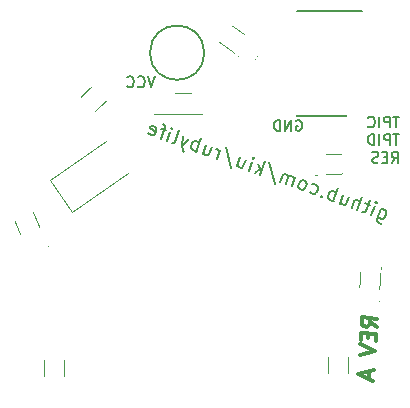
<source format=gbo>
G04 #@! TF.GenerationSoftware,KiCad,Pcbnew,(5.0.0)*
G04 #@! TF.CreationDate,2018-10-20T01:37:56+02:00*
G04 #@! TF.ProjectId,rubylife,727562796C6966652E6B696361645F70,rev?*
G04 #@! TF.SameCoordinates,Original*
G04 #@! TF.FileFunction,Legend,Bot*
G04 #@! TF.FilePolarity,Positive*
%FSLAX46Y46*%
G04 Gerber Fmt 4.6, Leading zero omitted, Abs format (unit mm)*
G04 Created by KiCad (PCBNEW (5.0.0)) date 10/20/18 01:37:56*
%MOMM*%
%LPD*%
G01*
G04 APERTURE LIST*
%ADD10C,0.150000*%
%ADD11C,0.300000*%
%ADD12C,0.200000*%
%ADD13C,0.120000*%
%ADD14R,2.900000X5.500000*%
%ADD15C,18.200000*%
%ADD16R,1.900000X1.000000*%
%ADD17C,1.900000*%
%ADD18C,2.900000*%
%ADD19C,0.100000*%
%ADD20R,1.900000X1.900000*%
G04 APERTURE END LIST*
D10*
X131216785Y-56107142D02*
X130702500Y-56107142D01*
X130959642Y-57007142D02*
X130959642Y-56107142D01*
X130402500Y-57007142D02*
X130402500Y-56107142D01*
X130059642Y-56107142D01*
X129973928Y-56150000D01*
X129931071Y-56192857D01*
X129888214Y-56278571D01*
X129888214Y-56407142D01*
X129931071Y-56492857D01*
X129973928Y-56535714D01*
X130059642Y-56578571D01*
X130402500Y-56578571D01*
X129502500Y-57007142D02*
X129502500Y-56107142D01*
X128559642Y-56921428D02*
X128602500Y-56964285D01*
X128731071Y-57007142D01*
X128816785Y-57007142D01*
X128945357Y-56964285D01*
X129031071Y-56878571D01*
X129073928Y-56792857D01*
X129116785Y-56621428D01*
X129116785Y-56492857D01*
X129073928Y-56321428D01*
X129031071Y-56235714D01*
X128945357Y-56150000D01*
X128816785Y-56107142D01*
X128731071Y-56107142D01*
X128602500Y-56150000D01*
X128559642Y-56192857D01*
X131216785Y-57607142D02*
X130702500Y-57607142D01*
X130959642Y-58507142D02*
X130959642Y-57607142D01*
X130402500Y-58507142D02*
X130402500Y-57607142D01*
X130059642Y-57607142D01*
X129973928Y-57650000D01*
X129931071Y-57692857D01*
X129888214Y-57778571D01*
X129888214Y-57907142D01*
X129931071Y-57992857D01*
X129973928Y-58035714D01*
X130059642Y-58078571D01*
X130402500Y-58078571D01*
X129502500Y-58507142D02*
X129502500Y-57607142D01*
X129073928Y-58507142D02*
X129073928Y-57607142D01*
X128859642Y-57607142D01*
X128731071Y-57650000D01*
X128645357Y-57735714D01*
X128602500Y-57821428D01*
X128559642Y-57992857D01*
X128559642Y-58121428D01*
X128602500Y-58292857D01*
X128645357Y-58378571D01*
X128731071Y-58464285D01*
X128859642Y-58507142D01*
X129073928Y-58507142D01*
X130573928Y-60007142D02*
X130873928Y-59578571D01*
X131088214Y-60007142D02*
X131088214Y-59107142D01*
X130745357Y-59107142D01*
X130659642Y-59150000D01*
X130616785Y-59192857D01*
X130573928Y-59278571D01*
X130573928Y-59407142D01*
X130616785Y-59492857D01*
X130659642Y-59535714D01*
X130745357Y-59578571D01*
X131088214Y-59578571D01*
X130188214Y-59535714D02*
X129888214Y-59535714D01*
X129759642Y-60007142D02*
X130188214Y-60007142D01*
X130188214Y-59107142D01*
X129759642Y-59107142D01*
X129416785Y-59964285D02*
X129288214Y-60007142D01*
X129073928Y-60007142D01*
X128988214Y-59964285D01*
X128945357Y-59921428D01*
X128902500Y-59835714D01*
X128902500Y-59750000D01*
X128945357Y-59664285D01*
X128988214Y-59621428D01*
X129073928Y-59578571D01*
X129245357Y-59535714D01*
X129331071Y-59492857D01*
X129373928Y-59450000D01*
X129416785Y-59364285D01*
X129416785Y-59278571D01*
X129373928Y-59192857D01*
X129331071Y-59150000D01*
X129245357Y-59107142D01*
X129031071Y-59107142D01*
X128902500Y-59150000D01*
X110500000Y-52707142D02*
X110200000Y-53607142D01*
X109900000Y-52707142D01*
X109085714Y-53521428D02*
X109128571Y-53564285D01*
X109257142Y-53607142D01*
X109342857Y-53607142D01*
X109471428Y-53564285D01*
X109557142Y-53478571D01*
X109600000Y-53392857D01*
X109642857Y-53221428D01*
X109642857Y-53092857D01*
X109600000Y-52921428D01*
X109557142Y-52835714D01*
X109471428Y-52750000D01*
X109342857Y-52707142D01*
X109257142Y-52707142D01*
X109128571Y-52750000D01*
X109085714Y-52792857D01*
X108185714Y-53521428D02*
X108228571Y-53564285D01*
X108357142Y-53607142D01*
X108442857Y-53607142D01*
X108571428Y-53564285D01*
X108657142Y-53478571D01*
X108700000Y-53392857D01*
X108742857Y-53221428D01*
X108742857Y-53092857D01*
X108700000Y-52921428D01*
X108657142Y-52835714D01*
X108571428Y-52750000D01*
X108442857Y-52707142D01*
X108357142Y-52707142D01*
X108228571Y-52750000D01*
X108185714Y-52792857D01*
X122485714Y-56450000D02*
X122571428Y-56407142D01*
X122700000Y-56407142D01*
X122828571Y-56450000D01*
X122914285Y-56535714D01*
X122957142Y-56621428D01*
X123000000Y-56792857D01*
X123000000Y-56921428D01*
X122957142Y-57092857D01*
X122914285Y-57178571D01*
X122828571Y-57264285D01*
X122700000Y-57307142D01*
X122614285Y-57307142D01*
X122485714Y-57264285D01*
X122442857Y-57221428D01*
X122442857Y-56921428D01*
X122614285Y-56921428D01*
X122057142Y-57307142D02*
X122057142Y-56407142D01*
X121542857Y-57307142D01*
X121542857Y-56407142D01*
X121114285Y-57307142D02*
X121114285Y-56407142D01*
X120900000Y-56407142D01*
X120771428Y-56450000D01*
X120685714Y-56535714D01*
X120642857Y-56621428D01*
X120600000Y-56792857D01*
X120600000Y-56921428D01*
X120642857Y-57092857D01*
X120685714Y-57178571D01*
X120771428Y-57264285D01*
X120900000Y-57307142D01*
X121114285Y-57307142D01*
D11*
X129311892Y-73950158D02*
X128724580Y-73474698D01*
X129363711Y-73209110D02*
X128066877Y-73118427D01*
X128032331Y-73612459D01*
X128085449Y-73740285D01*
X128142885Y-73806357D01*
X128262074Y-73876748D01*
X128447336Y-73889702D01*
X128575162Y-73836585D01*
X128641235Y-73779149D01*
X128711625Y-73659960D01*
X128746171Y-73165928D01*
X128593734Y-74458443D02*
X128563506Y-74890721D01*
X129229845Y-75123483D02*
X129273027Y-74505944D01*
X127976194Y-74415260D01*
X127933011Y-75032800D01*
X127907102Y-75403324D02*
X129173707Y-75926285D01*
X127846646Y-76267879D01*
X128677954Y-77691240D02*
X128634772Y-78308780D01*
X129057114Y-77593642D02*
X127730053Y-77935236D01*
X128996659Y-78458197D01*
D12*
X114700000Y-50700000D02*
G75*
G03X114700000Y-50700000I-2300000J0D01*
G01*
X129665419Y-63907882D02*
X129333171Y-64820726D01*
X129347779Y-64947663D01*
X129381932Y-65020904D01*
X129469782Y-65113689D01*
X129630872Y-65172321D01*
X129757809Y-65157712D01*
X129411347Y-64605939D02*
X129499196Y-64698724D01*
X129713983Y-64776900D01*
X129840920Y-64762291D01*
X129914161Y-64728138D01*
X130006946Y-64640289D01*
X130124210Y-64318109D01*
X130109601Y-64191171D01*
X130075449Y-64117930D01*
X129987599Y-64025146D01*
X129772812Y-63946970D01*
X129645875Y-63961578D01*
X128854835Y-64464196D02*
X129128452Y-63712442D01*
X129265260Y-63336565D02*
X129299412Y-63409805D01*
X129226172Y-63443958D01*
X129192019Y-63370717D01*
X129265260Y-63336565D01*
X129226172Y-63443958D01*
X128752575Y-63575634D02*
X128323001Y-63419281D01*
X128728292Y-63141124D02*
X128376500Y-64107665D01*
X128283716Y-64195515D01*
X128156778Y-64210124D01*
X128049385Y-64171036D01*
X127673508Y-64034228D02*
X128083932Y-62906596D01*
X127190237Y-63858331D02*
X127405221Y-63267668D01*
X127498006Y-63179818D01*
X127624943Y-63165209D01*
X127786034Y-63223841D01*
X127873883Y-63316626D01*
X127908036Y-63389867D01*
X126443616Y-62735241D02*
X126169999Y-63486995D01*
X126926886Y-62911137D02*
X126711902Y-63501801D01*
X126619117Y-63589651D01*
X126492180Y-63604259D01*
X126331090Y-63545627D01*
X126243240Y-63452843D01*
X126209087Y-63379602D01*
X125633032Y-63291555D02*
X126043456Y-62163924D01*
X125887104Y-62593498D02*
X125799255Y-62500713D01*
X125584468Y-62422537D01*
X125457531Y-62437146D01*
X125384290Y-62471298D01*
X125291505Y-62559148D01*
X125174241Y-62881328D01*
X125188850Y-63008266D01*
X125223002Y-63081506D01*
X125310852Y-63174291D01*
X125525639Y-63252467D01*
X125652576Y-63237859D01*
X124651883Y-62812826D02*
X124578642Y-62846978D01*
X124612795Y-62920219D01*
X124686035Y-62886066D01*
X124651883Y-62812826D01*
X124612795Y-62920219D01*
X123612101Y-62495186D02*
X123699950Y-62587971D01*
X123914737Y-62666147D01*
X124041675Y-62651538D01*
X124114915Y-62617386D01*
X124207700Y-62529536D01*
X124324964Y-62207356D01*
X124310355Y-62080418D01*
X124276203Y-62007178D01*
X124188353Y-61914393D01*
X123973566Y-61836217D01*
X123846629Y-61850826D01*
X122948196Y-62314355D02*
X123075134Y-62299746D01*
X123148374Y-62265593D01*
X123241159Y-62177744D01*
X123358423Y-61855564D01*
X123343814Y-61728626D01*
X123309662Y-61655385D01*
X123221812Y-61562601D01*
X123060722Y-61503969D01*
X122933785Y-61518577D01*
X122860544Y-61552730D01*
X122767759Y-61640580D01*
X122650495Y-61962760D01*
X122665104Y-62089697D01*
X122699257Y-62162938D01*
X122787106Y-62255723D01*
X122948196Y-62314355D01*
X122089049Y-62001651D02*
X122362665Y-61249897D01*
X122323577Y-61357290D02*
X122289424Y-61284049D01*
X122201575Y-61191265D01*
X122040484Y-61132633D01*
X121913547Y-61147241D01*
X121820762Y-61235091D01*
X121605778Y-61825755D01*
X121820762Y-61235091D02*
X121806154Y-61108153D01*
X121718304Y-61015368D01*
X121557214Y-60956736D01*
X121430276Y-60971345D01*
X121337492Y-61059195D01*
X121122508Y-61649859D01*
X120210058Y-59979930D02*
X120648911Y-61781534D01*
X119404213Y-61024450D02*
X119814637Y-59896819D01*
X119453171Y-60555788D02*
X118974639Y-60868098D01*
X119248255Y-60116344D02*
X119521477Y-60702270D01*
X118491368Y-60692202D02*
X118764984Y-59940448D01*
X118901792Y-59564571D02*
X118935945Y-59637812D01*
X118862704Y-59671964D01*
X118828552Y-59598724D01*
X118901792Y-59564571D01*
X118862704Y-59671964D01*
X117744747Y-59569112D02*
X117471131Y-60320866D01*
X118228017Y-59745008D02*
X118013033Y-60335672D01*
X117920248Y-60423521D01*
X117793311Y-60438130D01*
X117632221Y-60379498D01*
X117544371Y-60286713D01*
X117510219Y-60213473D01*
X116558681Y-58650938D02*
X116997534Y-60452542D01*
X115752836Y-59695458D02*
X116026452Y-58943704D01*
X115948276Y-59158491D02*
X115933667Y-59031553D01*
X115899514Y-58958312D01*
X115811665Y-58865528D01*
X115704271Y-58826440D01*
X114845124Y-58513735D02*
X114571508Y-59265490D01*
X115328394Y-58689632D02*
X115113410Y-59280295D01*
X115020625Y-59368145D01*
X114893688Y-59382754D01*
X114732598Y-59324122D01*
X114644748Y-59231337D01*
X114610596Y-59158096D01*
X114034540Y-59070049D02*
X114444965Y-57942418D01*
X114288613Y-58371992D02*
X114200763Y-58279207D01*
X113985976Y-58201031D01*
X113859039Y-58215640D01*
X113785798Y-58249793D01*
X113693013Y-58337642D01*
X113575749Y-58659822D01*
X113590358Y-58786760D01*
X113624511Y-58860001D01*
X113712360Y-58952785D01*
X113927147Y-59030961D01*
X114054084Y-59016353D01*
X113395312Y-57986047D02*
X112853213Y-58640081D01*
X112858345Y-57790607D02*
X112853213Y-58640081D01*
X112862886Y-58947653D01*
X112897039Y-59020894D01*
X112984888Y-59113678D01*
X111994065Y-58327377D02*
X112121002Y-58312768D01*
X112213787Y-58224919D01*
X112565579Y-57258378D01*
X111564491Y-58171025D02*
X111838107Y-57419271D01*
X111974915Y-57043394D02*
X112009068Y-57116635D01*
X111935827Y-57150787D01*
X111901675Y-57077547D01*
X111974915Y-57043394D01*
X111935827Y-57150787D01*
X111462230Y-57282463D02*
X111032657Y-57126111D01*
X111027524Y-57975585D02*
X111379316Y-57009044D01*
X111364708Y-56882107D01*
X111276858Y-56789322D01*
X111169465Y-56750234D01*
X109973134Y-57531008D02*
X110060983Y-57623793D01*
X110275770Y-57701969D01*
X110402707Y-57687360D01*
X110495492Y-57599511D01*
X110651844Y-57169937D01*
X110637236Y-57043000D01*
X110549386Y-56950215D01*
X110334599Y-56872039D01*
X110207662Y-56886647D01*
X110114877Y-56974497D01*
X110075789Y-57081890D01*
X110573668Y-57384724D01*
D10*
G04 #@! TO.C,U1*
X126675000Y-47150000D02*
X126675000Y-47175000D01*
X122525000Y-47150000D02*
X122525000Y-47265000D01*
X122525000Y-56050000D02*
X122525000Y-55935000D01*
X126675000Y-56050000D02*
X126675000Y-55935000D01*
X126675000Y-47150000D02*
X122525000Y-47150000D01*
X126675000Y-56050000D02*
X122525000Y-56050000D01*
X126675000Y-47175000D02*
X128050000Y-47175000D01*
D13*
G04 #@! TO.C,C1*
X103528835Y-64174585D02*
X108279917Y-60847842D01*
X101636033Y-61471384D02*
X106387115Y-58144640D01*
X103528835Y-64174585D02*
X101636033Y-61471384D01*
G04 #@! TO.C,R1*
X110450000Y-55850000D02*
X110450000Y-54150000D01*
X110500000Y-54150000D02*
X114550000Y-54150000D01*
X110500000Y-55850000D02*
X114550000Y-55850000D01*
G04 #@! TO.C,R2*
X101459257Y-67169141D02*
X99894399Y-67833384D01*
X99874862Y-67787358D02*
X98292401Y-64059314D01*
X101439720Y-67123115D02*
X99857259Y-63395071D01*
G04 #@! TO.C,R3*
X119622160Y-50281799D02*
X118622925Y-51657128D01*
X118582474Y-51627738D02*
X115305955Y-49247208D01*
X119581709Y-50252409D02*
X116305190Y-47871879D01*
G04 #@! TO.C,R4*
X102850000Y-79900000D02*
X101150000Y-79900000D01*
X101150000Y-79850000D02*
X101150000Y-75800000D01*
X102850000Y-79850000D02*
X102850000Y-75800000D01*
G04 #@! TO.C,R5*
X123231188Y-61036731D02*
X123171858Y-59337767D01*
X123221828Y-59336022D02*
X127269361Y-59194679D01*
X123281157Y-61034986D02*
X127328690Y-60893643D01*
G04 #@! TO.C,R6*
X104092110Y-56948085D02*
X102911191Y-55725207D01*
X102947158Y-55690474D02*
X105860484Y-52877108D01*
X104128077Y-56913352D02*
X107041403Y-54099985D01*
G04 #@! TO.C,R7*
X126850000Y-79700000D02*
X125150000Y-79700000D01*
X125150000Y-79650000D02*
X125150000Y-75600000D01*
X126850000Y-79650000D02*
X126850000Y-75600000D01*
G04 #@! TO.C,R8*
X129373538Y-72553203D02*
X127677679Y-72434617D01*
X127681167Y-72384739D02*
X127963681Y-68344605D01*
X129377026Y-72503325D02*
X129659540Y-68463191D01*
G04 #@! TD*
%LPC*%
D14*
G04 #@! TO.C,BT1*
X125500000Y-70850000D03*
X102600000Y-70900000D03*
D15*
X114050000Y-70900000D03*
G04 #@! TD*
D16*
G04 #@! TO.C,U1*
X127300000Y-47790000D03*
X127300000Y-49060000D03*
X127300000Y-50330000D03*
X127300000Y-51600000D03*
X127300000Y-52870000D03*
X127300000Y-54140000D03*
X127300000Y-55410000D03*
X121900000Y-55410000D03*
X121900000Y-54140000D03*
X121900000Y-52870000D03*
X121900000Y-51600000D03*
X121900000Y-50330000D03*
X121900000Y-49060000D03*
X121900000Y-47790000D03*
G04 #@! TD*
D17*
G04 #@! TO.C,TP1*
X130500000Y-51600000D03*
G04 #@! TD*
G04 #@! TO.C,TP2*
X129700000Y-49100000D03*
G04 #@! TD*
G04 #@! TO.C,TP3*
X130500000Y-54200000D03*
G04 #@! TD*
D18*
G04 #@! TO.C,C1*
X104138823Y-61733189D03*
D19*
G36*
X103496035Y-63953397D02*
X101832663Y-61577856D01*
X104781611Y-59512981D01*
X106444983Y-61888522D01*
X103496035Y-63953397D01*
X103496035Y-63953397D01*
G37*
D18*
X107661177Y-59266811D03*
D19*
G36*
X107018389Y-61487019D02*
X105355017Y-59111478D01*
X108303965Y-57046603D01*
X109967337Y-59422144D01*
X107018389Y-61487019D01*
X107018389Y-61487019D01*
G37*
G04 #@! TD*
D17*
G04 #@! TO.C,TP4*
X108500000Y-51200000D03*
G04 #@! TD*
G04 #@! TO.C,TP5*
X121800000Y-58400000D03*
G04 #@! TD*
D20*
G04 #@! TO.C,R1*
X114600000Y-55000000D03*
X111300000Y-55000000D03*
G04 #@! TD*
D17*
G04 #@! TO.C,R2*
X99055294Y-63681167D03*
D19*
G36*
X97809620Y-63177882D02*
X99558579Y-62435493D01*
X100300968Y-64184452D01*
X98552009Y-64926841D01*
X97809620Y-63177882D01*
X97809620Y-63177882D01*
G37*
D17*
X100344706Y-66718833D03*
D19*
G36*
X99099032Y-66215548D02*
X100847991Y-65473159D01*
X101590380Y-67222118D01*
X99841421Y-67964507D01*
X99099032Y-66215548D01*
X99099032Y-66215548D01*
G37*
G04 #@! TD*
D17*
G04 #@! TO.C,R3*
X115765122Y-48530154D03*
D19*
G36*
X114438160Y-48740324D02*
X115554952Y-47203192D01*
X117092084Y-48319984D01*
X115975292Y-49857116D01*
X114438160Y-48740324D01*
X114438160Y-48740324D01*
G37*
D17*
X118434878Y-50469846D03*
D19*
G36*
X117107916Y-50680016D02*
X118224708Y-49142884D01*
X119761840Y-50259676D01*
X118645048Y-51796808D01*
X117107916Y-50680016D01*
X117107916Y-50680016D01*
G37*
G04 #@! TD*
D20*
G04 #@! TO.C,R4*
X102000000Y-75750000D03*
X102000000Y-79050000D03*
G04 #@! TD*
D17*
G04 #@! TO.C,R5*
X127348995Y-60042416D03*
D19*
G36*
X128265262Y-59059840D02*
X128331571Y-60958683D01*
X126432728Y-61024992D01*
X126366419Y-59126149D01*
X128265262Y-59059840D01*
X128265262Y-59059840D01*
G37*
D17*
X124051005Y-60157584D03*
D19*
G36*
X124967272Y-59175008D02*
X125033581Y-61073851D01*
X123134738Y-61140160D01*
X123068429Y-59241317D01*
X124967272Y-59175008D01*
X124967272Y-59175008D01*
G37*
G04 #@! TD*
D17*
G04 #@! TO.C,R6*
X106486911Y-53453814D03*
D19*
G36*
X106510358Y-52110516D02*
X107830209Y-53477261D01*
X106463464Y-54797112D01*
X105143613Y-53430367D01*
X106510358Y-52110516D01*
X106510358Y-52110516D01*
G37*
D17*
X104113089Y-55746186D03*
D19*
G36*
X104136536Y-54402888D02*
X105456387Y-55769633D01*
X104089642Y-57089484D01*
X102769791Y-55722739D01*
X104136536Y-54402888D01*
X104136536Y-54402888D01*
G37*
G04 #@! TD*
D20*
G04 #@! TO.C,R7*
X126000000Y-75550000D03*
X126000000Y-78850000D03*
G04 #@! TD*
D17*
G04 #@! TO.C,R8*
X128815098Y-68354019D03*
D19*
G36*
X127933681Y-67340065D02*
X129829052Y-67472602D01*
X129696515Y-69367973D01*
X127801144Y-69235436D01*
X127933681Y-67340065D01*
X127933681Y-67340065D01*
G37*
D17*
X128584902Y-71645981D03*
D19*
G36*
X127703485Y-70632027D02*
X129598856Y-70764564D01*
X129466319Y-72659935D01*
X127570948Y-72527398D01*
X127703485Y-70632027D01*
X127703485Y-70632027D01*
G37*
G04 #@! TD*
M02*

</source>
